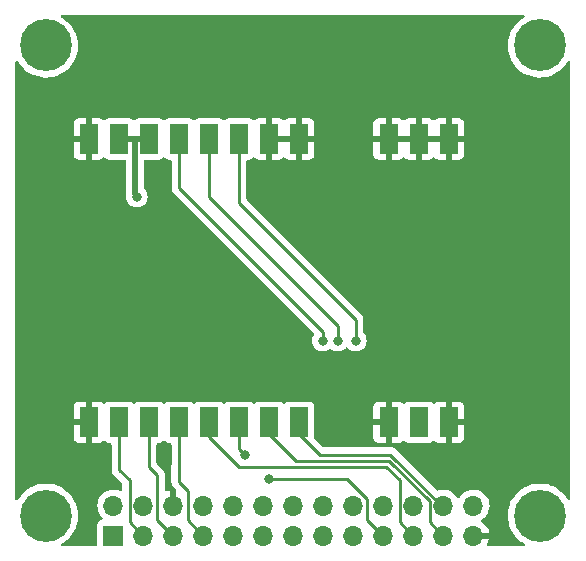
<source format=gtl>
G04 #@! TF.GenerationSoftware,KiCad,Pcbnew,6.0.11*
G04 #@! TF.CreationDate,2025-10-20T22:47:59+03:00*
G04 #@! TF.ProjectId,rns-gate,726e732d-6761-4746-952e-6b696361645f,rev?*
G04 #@! TF.SameCoordinates,Original*
G04 #@! TF.FileFunction,Copper,L1,Top*
G04 #@! TF.FilePolarity,Positive*
%FSLAX46Y46*%
G04 Gerber Fmt 4.6, Leading zero omitted, Abs format (unit mm)*
G04 Created by KiCad (PCBNEW 6.0.11) date 2025-10-20 22:47:59*
%MOMM*%
%LPD*%
G01*
G04 APERTURE LIST*
G04 #@! TA.AperFunction,ComponentPad*
%ADD10R,1.700000X1.700000*%
G04 #@! TD*
G04 #@! TA.AperFunction,ComponentPad*
%ADD11O,1.700000X1.700000*%
G04 #@! TD*
G04 #@! TA.AperFunction,ComponentPad*
%ADD12C,0.700000*%
G04 #@! TD*
G04 #@! TA.AperFunction,ComponentPad*
%ADD13C,4.400000*%
G04 #@! TD*
G04 #@! TA.AperFunction,SMDPad,CuDef*
%ADD14R,1.600000X2.500000*%
G04 #@! TD*
G04 #@! TA.AperFunction,ViaPad*
%ADD15C,0.800000*%
G04 #@! TD*
G04 #@! TA.AperFunction,Conductor*
%ADD16C,0.250000*%
G04 #@! TD*
G04 #@! TA.AperFunction,Conductor*
%ADD17C,0.500000*%
G04 #@! TD*
G04 APERTURE END LIST*
D10*
G04 #@! TO.P,J2,1,Pin_1*
G04 #@! TO.N,unconnected-(J2-Pad1)*
X170708000Y-95410000D03*
D11*
G04 #@! TO.P,J2,2,Pin_2*
G04 #@! TO.N,+5V*
X170708000Y-92870000D03*
G04 #@! TO.P,J2,3,Pin_3*
G04 #@! TO.N,/DIO1*
X173248000Y-95410000D03*
G04 #@! TO.P,J2,4,Pin_4*
G04 #@! TO.N,+5V*
X173248000Y-92870000D03*
G04 #@! TO.P,J2,5,Pin_5*
G04 #@! TO.N,/BUSY*
X175788000Y-95410000D03*
G04 #@! TO.P,J2,6,Pin_6*
G04 #@! TO.N,GND*
X175788000Y-92870000D03*
G04 #@! TO.P,J2,7,Pin_7*
G04 #@! TO.N,/NRST*
X178328000Y-95410000D03*
G04 #@! TO.P,J2,8,Pin_8*
G04 #@! TO.N,unconnected-(J2-Pad8)*
X178328000Y-92870000D03*
G04 #@! TO.P,J2,9,Pin_9*
G04 #@! TO.N,unconnected-(J2-Pad9)*
X180868000Y-95410000D03*
G04 #@! TO.P,J2,10,Pin_10*
G04 #@! TO.N,unconnected-(J2-Pad10)*
X180868000Y-92870000D03*
G04 #@! TO.P,J2,11,Pin_11*
G04 #@! TO.N,unconnected-(J2-Pad11)*
X183408000Y-95410000D03*
G04 #@! TO.P,J2,12,Pin_12*
G04 #@! TO.N,unconnected-(J2-Pad12)*
X183408000Y-92870000D03*
G04 #@! TO.P,J2,13,Pin_13*
G04 #@! TO.N,unconnected-(J2-Pad13)*
X185948000Y-95410000D03*
G04 #@! TO.P,J2,14,Pin_14*
G04 #@! TO.N,unconnected-(J2-Pad14)*
X185948000Y-92870000D03*
G04 #@! TO.P,J2,15,Pin_15*
G04 #@! TO.N,unconnected-(J2-Pad15)*
X188488000Y-95410000D03*
G04 #@! TO.P,J2,16,Pin_16*
G04 #@! TO.N,/DIO2*
X188488000Y-92870000D03*
G04 #@! TO.P,J2,17,Pin_17*
G04 #@! TO.N,unconnected-(J2-Pad17)*
X191028000Y-95410000D03*
G04 #@! TO.P,J2,18,Pin_18*
G04 #@! TO.N,/TXEN*
X191028000Y-92870000D03*
G04 #@! TO.P,J2,19,Pin_19*
G04 #@! TO.N,/MOSI*
X193568000Y-95410000D03*
G04 #@! TO.P,J2,20,Pin_20*
G04 #@! TO.N,unconnected-(J2-Pad20)*
X193568000Y-92870000D03*
G04 #@! TO.P,J2,21,Pin_21*
G04 #@! TO.N,/MISO*
X196108000Y-95410000D03*
G04 #@! TO.P,J2,22,Pin_22*
G04 #@! TO.N,/RXEN*
X196108000Y-92870000D03*
G04 #@! TO.P,J2,23,Pin_23*
G04 #@! TO.N,/SCK*
X198648000Y-95410000D03*
G04 #@! TO.P,J2,24,Pin_24*
G04 #@! TO.N,/NSS*
X198648000Y-92870000D03*
G04 #@! TO.P,J2,25,Pin_25*
G04 #@! TO.N,GND*
X201188000Y-95410000D03*
G04 #@! TO.P,J2,26,Pin_26*
G04 #@! TO.N,unconnected-(J2-Pad26)*
X201188000Y-92870000D03*
G04 #@! TD*
D12*
G04 #@! TO.P,REF1,1*
G04 #@! TO.N,N/C*
X166166726Y-52743274D03*
X165000000Y-55560000D03*
D13*
X165000000Y-53910000D03*
D12*
X163833274Y-55076726D03*
X166650000Y-53910000D03*
X163350000Y-53910000D03*
X163833274Y-52743274D03*
X165000000Y-52260000D03*
X166166726Y-55076726D03*
G04 #@! TD*
G04 #@! TO.P,REF3,1*
G04 #@! TO.N,N/C*
X166166726Y-92543274D03*
X165000000Y-95360000D03*
X163350000Y-93710000D03*
X166166726Y-94876726D03*
X165000000Y-92060000D03*
X163833274Y-92543274D03*
X166650000Y-93710000D03*
X163833274Y-94876726D03*
D13*
X165000000Y-93710000D03*
G04 #@! TD*
D12*
G04 #@! TO.P,REF2,1*
G04 #@! TO.N,N/C*
X208450000Y-53910000D03*
X206800000Y-55560000D03*
X207966726Y-52743274D03*
X206800000Y-52260000D03*
D13*
X206800000Y-53910000D03*
D12*
X205150000Y-53910000D03*
X205633274Y-52743274D03*
X207966726Y-55076726D03*
X205633274Y-55076726D03*
G04 #@! TD*
G04 #@! TO.P,REF4,1*
G04 #@! TO.N,N/C*
X205633274Y-94876726D03*
X207966726Y-92543274D03*
X206800000Y-92060000D03*
X208450000Y-93710000D03*
X205150000Y-93710000D03*
X205633274Y-92543274D03*
X206800000Y-95360000D03*
D13*
X206800000Y-93710000D03*
D12*
X207966726Y-94876726D03*
G04 #@! TD*
D14*
G04 #@! TO.P,U1,1,GND*
G04 #@! TO.N,GND*
X199098000Y-61812400D03*
G04 #@! TO.P,U1,2,GND*
X196558000Y-61812400D03*
G04 #@! TO.P,U1,3,GND*
X194018000Y-61812400D03*
G04 #@! TO.P,U1,4,GND*
X186418000Y-61812400D03*
G04 #@! TO.P,U1,5,GND*
X183878000Y-61812400D03*
G04 #@! TO.P,U1,6,RXEN*
G04 #@! TO.N,/RXEN*
X181338000Y-61812400D03*
G04 #@! TO.P,U1,7,TXEN*
G04 #@! TO.N,/TXEN*
X178798000Y-61812400D03*
G04 #@! TO.P,U1,8,DIO2*
G04 #@! TO.N,/DIO2*
X176258000Y-61812400D03*
G04 #@! TO.P,U1,9,VCC*
G04 #@! TO.N,+5V*
X173718000Y-61812400D03*
G04 #@! TO.P,U1,10,VCC*
X171178000Y-61812400D03*
G04 #@! TO.P,U1,11,GND*
G04 #@! TO.N,GND*
X168638000Y-61812400D03*
G04 #@! TO.P,U1,12,GND*
X168638000Y-85812400D03*
G04 #@! TO.P,U1,13,DIO1*
G04 #@! TO.N,/DIO1*
X171178000Y-85812400D03*
G04 #@! TO.P,U1,14,BUSY*
G04 #@! TO.N,/BUSY*
X173718000Y-85812400D03*
G04 #@! TO.P,U1,15,NRST*
G04 #@! TO.N,/NRST*
X176258000Y-85812400D03*
G04 #@! TO.P,U1,16,MISO*
G04 #@! TO.N,/MISO*
X178798000Y-85812400D03*
G04 #@! TO.P,U1,17,MOSI*
G04 #@! TO.N,/MOSI*
X181338000Y-85812400D03*
G04 #@! TO.P,U1,18,SCK*
G04 #@! TO.N,/SCK*
X183878000Y-85812400D03*
G04 #@! TO.P,U1,19,NSS*
G04 #@! TO.N,/NSS*
X186418000Y-85812400D03*
G04 #@! TO.P,U1,20,GND*
G04 #@! TO.N,GND*
X194018000Y-85812400D03*
G04 #@! TO.P,U1,21,ANT*
G04 #@! TO.N,unconnected-(U1-Pad21)*
X196558000Y-85812400D03*
G04 #@! TO.P,U1,22,GND*
G04 #@! TO.N,GND*
X199098000Y-85812400D03*
G04 #@! TD*
D15*
G04 #@! TO.N,+5V*
X172692000Y-66700400D03*
G04 #@! TO.N,/MOSI*
X181836000Y-88544400D03*
X183868000Y-90576400D03*
G04 #@! TO.N,/RXEN*
X191234000Y-78892400D03*
G04 #@! TO.N,/TXEN*
X189710000Y-78892400D03*
G04 #@! TO.N,/DIO2*
X188440000Y-78892400D03*
G04 #@! TD*
D16*
G04 #@! TO.N,/NRST*
X176248000Y-90830400D02*
X177010000Y-91592400D01*
X177010000Y-94092000D02*
X178328000Y-95410000D01*
X176248000Y-89560400D02*
X176248000Y-90830400D01*
X176258000Y-85812400D02*
X176258000Y-89550400D01*
X176258000Y-89550400D02*
X176248000Y-89560400D01*
X177010000Y-91592400D02*
X177010000Y-94092000D01*
G04 #@! TO.N,/DIO1*
X171178000Y-85812400D02*
X171178000Y-89824400D01*
X171178000Y-89824400D02*
X172073000Y-90719400D01*
X172073000Y-90719400D02*
X172073000Y-94235000D01*
X172073000Y-94235000D02*
X173248000Y-95410000D01*
G04 #@! TO.N,/BUSY*
X173718000Y-89550400D02*
X173708000Y-89560400D01*
X173718000Y-85812400D02*
X173718000Y-89550400D01*
X174423000Y-94045000D02*
X175788000Y-95410000D01*
X173708000Y-89560400D02*
X174423000Y-90275400D01*
X174423000Y-90275400D02*
X174423000Y-94045000D01*
D17*
G04 #@! TO.N,+5V*
X171178000Y-61812400D02*
X172500000Y-61812400D01*
D16*
X172692000Y-66700400D02*
X172500000Y-66508400D01*
D17*
X172500000Y-66508400D02*
X172500000Y-61812400D01*
X172500000Y-61812400D02*
X173718000Y-61812400D01*
D16*
G04 #@! TO.N,/MOSI*
X192203000Y-92307400D02*
X190472000Y-90576400D01*
X181836000Y-88544400D02*
X181338000Y-88046400D01*
X192203000Y-94045000D02*
X192203000Y-92307400D01*
X181338000Y-88046400D02*
X181338000Y-85812400D01*
X193568000Y-95410000D02*
X192203000Y-94045000D01*
X190472000Y-90576400D02*
X183868000Y-90576400D01*
G04 #@! TO.N,/MISO*
X178798000Y-87030400D02*
X178798000Y-85812400D01*
X181328000Y-89560400D02*
X178798000Y-87030400D01*
X196108000Y-95410000D02*
X194933000Y-94235000D01*
X194933000Y-94235000D02*
X194933000Y-90719400D01*
X194933000Y-90719400D02*
X193774000Y-89560400D01*
X193774000Y-89560400D02*
X181328000Y-89560400D01*
G04 #@! TO.N,/SCK*
X183878000Y-86776400D02*
X183878000Y-85812400D01*
X198648000Y-95410000D02*
X197473000Y-94235000D01*
X197473000Y-92497400D02*
X194028000Y-89052400D01*
X186154000Y-89052400D02*
X183878000Y-86776400D01*
X197473000Y-94235000D02*
X197473000Y-92497400D01*
X194028000Y-89052400D02*
X186154000Y-89052400D01*
G04 #@! TO.N,/NSS*
X188186000Y-88544400D02*
X186418000Y-86776400D01*
X186418000Y-86776400D02*
X186418000Y-85812400D01*
X194163000Y-88544400D02*
X188186000Y-88544400D01*
X198648000Y-92870000D02*
X198488600Y-92870000D01*
X198488600Y-92870000D02*
X194163000Y-88544400D01*
G04 #@! TO.N,/RXEN*
X181338000Y-67218400D02*
X181338000Y-61812400D01*
X191234000Y-78892400D02*
X191234000Y-77114400D01*
X191234000Y-77114400D02*
X181338000Y-67218400D01*
G04 #@! TO.N,/TXEN*
X189710000Y-77622400D02*
X178798000Y-66710400D01*
X189710000Y-78892400D02*
X189710000Y-77622400D01*
X178798000Y-66710400D02*
X178798000Y-61812400D01*
G04 #@! TO.N,/DIO2*
X188440000Y-78892400D02*
X188440000Y-78130400D01*
X176258000Y-65948400D02*
X176258000Y-61812400D01*
X188440000Y-78130400D02*
X176258000Y-65948400D01*
G04 #@! TD*
G04 #@! TA.AperFunction,Conductor*
G04 #@! TO.N,GND*
G36*
X205468402Y-51338502D02*
G01*
X205514895Y-51392158D01*
X205524999Y-51462432D01*
X205495505Y-51527012D01*
X205464704Y-51552785D01*
X205278074Y-51663817D01*
X205278068Y-51663821D01*
X205274814Y-51665757D01*
X205016244Y-51865243D01*
X204783513Y-52094347D01*
X204781149Y-52097314D01*
X204781146Y-52097317D01*
X204764220Y-52118558D01*
X204579991Y-52349751D01*
X204408626Y-52627757D01*
X204271902Y-52924336D01*
X204270741Y-52927940D01*
X204270741Y-52927941D01*
X204262196Y-52954477D01*
X204171797Y-53235192D01*
X204171079Y-53238903D01*
X204171078Y-53238907D01*
X204110482Y-53552105D01*
X204110481Y-53552114D01*
X204109763Y-53555824D01*
X204086698Y-53881585D01*
X204102936Y-54207759D01*
X204103577Y-54211490D01*
X204103578Y-54211498D01*
X204118109Y-54296060D01*
X204158241Y-54529619D01*
X204251814Y-54842504D01*
X204382297Y-55141881D01*
X204384220Y-55145152D01*
X204384222Y-55145156D01*
X204424680Y-55213977D01*
X204547802Y-55423414D01*
X204550103Y-55426429D01*
X204743631Y-55680012D01*
X204743636Y-55680017D01*
X204745931Y-55683025D01*
X204973814Y-55916953D01*
X205046635Y-55975607D01*
X205225196Y-56119431D01*
X205225201Y-56119435D01*
X205228149Y-56121809D01*
X205505253Y-56294627D01*
X205801112Y-56432903D01*
X206111440Y-56534634D01*
X206431742Y-56598346D01*
X206435514Y-56598633D01*
X206435522Y-56598634D01*
X206753602Y-56622829D01*
X206753607Y-56622829D01*
X206757379Y-56623116D01*
X207083633Y-56608586D01*
X207143425Y-56598634D01*
X207402037Y-56555590D01*
X207402042Y-56555589D01*
X207405778Y-56554967D01*
X207719149Y-56463034D01*
X207722616Y-56461544D01*
X207722620Y-56461543D01*
X208015721Y-56335616D01*
X208015723Y-56335615D01*
X208019205Y-56334119D01*
X208301601Y-56170091D01*
X208562245Y-55973324D01*
X208797363Y-55746670D01*
X209003549Y-55493410D01*
X209158938Y-55247133D01*
X209212205Y-55200194D01*
X209282392Y-55189505D01*
X209347216Y-55218459D01*
X209386096Y-55277864D01*
X209391500Y-55314368D01*
X209391500Y-92309620D01*
X209371498Y-92377741D01*
X209317842Y-92424234D01*
X209247568Y-92434338D01*
X209182988Y-92404844D01*
X209157554Y-92374609D01*
X209070847Y-92230590D01*
X209036226Y-92173084D01*
X209033899Y-92170100D01*
X209033894Y-92170093D01*
X208837726Y-91918558D01*
X208837724Y-91918556D01*
X208835390Y-91915563D01*
X208605070Y-91684034D01*
X208348603Y-91481852D01*
X208069705Y-91311945D01*
X208066261Y-91310379D01*
X208066257Y-91310377D01*
X207931293Y-91249013D01*
X207772414Y-91176775D01*
X207461037Y-91078300D01*
X207205850Y-91030312D01*
X207143809Y-91018645D01*
X207143807Y-91018645D01*
X207140086Y-91017945D01*
X206814208Y-90996586D01*
X206810428Y-90996794D01*
X206810427Y-90996794D01*
X206712897Y-91002162D01*
X206488124Y-91014532D01*
X206484397Y-91015193D01*
X206484393Y-91015193D01*
X206399085Y-91030312D01*
X206166557Y-91071522D01*
X206162941Y-91072624D01*
X206162933Y-91072626D01*
X205891696Y-91155293D01*
X205854167Y-91166731D01*
X205555477Y-91298781D01*
X205531851Y-91312837D01*
X205278074Y-91463817D01*
X205278068Y-91463821D01*
X205274814Y-91465757D01*
X205271812Y-91468073D01*
X205020003Y-91662343D01*
X205016244Y-91665243D01*
X204783513Y-91894347D01*
X204781149Y-91897314D01*
X204781146Y-91897317D01*
X204665362Y-92042617D01*
X204579991Y-92149751D01*
X204408626Y-92427757D01*
X204407037Y-92431204D01*
X204305009Y-92652522D01*
X204271902Y-92724336D01*
X204270741Y-92727940D01*
X204270741Y-92727941D01*
X204262196Y-92754477D01*
X204171797Y-93035192D01*
X204171079Y-93038903D01*
X204171078Y-93038907D01*
X204110482Y-93352105D01*
X204110481Y-93352114D01*
X204109763Y-93355824D01*
X204109496Y-93359600D01*
X204109495Y-93359605D01*
X204087469Y-93670689D01*
X204086698Y-93681585D01*
X204089298Y-93733807D01*
X204101720Y-93983327D01*
X204102936Y-94007759D01*
X204103577Y-94011490D01*
X204103578Y-94011498D01*
X204156881Y-94321703D01*
X204158241Y-94329619D01*
X204159329Y-94333258D01*
X204159330Y-94333261D01*
X204231464Y-94574457D01*
X204251814Y-94642504D01*
X204253327Y-94645975D01*
X204253329Y-94645981D01*
X204305570Y-94765840D01*
X204382297Y-94941881D01*
X204384220Y-94945152D01*
X204384222Y-94945156D01*
X204426584Y-95017215D01*
X204547802Y-95223414D01*
X204550103Y-95226429D01*
X204743631Y-95480012D01*
X204743636Y-95480017D01*
X204745931Y-95483025D01*
X204973814Y-95716953D01*
X205046635Y-95775607D01*
X205225196Y-95919431D01*
X205225201Y-95919435D01*
X205228149Y-95921809D01*
X205308623Y-95971997D01*
X205463501Y-96068588D01*
X205510717Y-96121608D01*
X205521773Y-96191738D01*
X205493159Y-96256713D01*
X205433959Y-96295903D01*
X205396824Y-96301500D01*
X202464260Y-96301500D01*
X202396139Y-96281498D01*
X202349646Y-96227842D01*
X202339542Y-96157568D01*
X202356256Y-96110607D01*
X202358313Y-96107183D01*
X202452670Y-95916267D01*
X202456469Y-95906672D01*
X202518377Y-95702910D01*
X202520555Y-95692837D01*
X202521986Y-95681962D01*
X202519775Y-95667778D01*
X202506617Y-95664000D01*
X201060000Y-95664000D01*
X200991879Y-95643998D01*
X200945386Y-95590342D01*
X200934000Y-95538000D01*
X200934000Y-95282000D01*
X200954002Y-95213879D01*
X201007658Y-95167386D01*
X201060000Y-95156000D01*
X202506344Y-95156000D01*
X202519875Y-95152027D01*
X202521180Y-95142947D01*
X202479214Y-94975875D01*
X202475894Y-94966124D01*
X202390972Y-94770814D01*
X202386105Y-94761739D01*
X202270426Y-94582926D01*
X202264136Y-94574757D01*
X202120806Y-94417240D01*
X202113273Y-94410215D01*
X201946139Y-94278222D01*
X201937556Y-94272520D01*
X201900602Y-94252120D01*
X201850631Y-94201687D01*
X201835859Y-94132245D01*
X201860975Y-94065839D01*
X201888327Y-94039232D01*
X201937764Y-94003969D01*
X202067860Y-93911173D01*
X202226096Y-93753489D01*
X202248327Y-93722552D01*
X202353435Y-93576277D01*
X202356453Y-93572077D01*
X202377320Y-93529857D01*
X202453136Y-93376453D01*
X202453137Y-93376451D01*
X202455430Y-93371811D01*
X202520370Y-93158069D01*
X202549529Y-92936590D01*
X202551156Y-92870000D01*
X202532852Y-92647361D01*
X202478431Y-92430702D01*
X202389354Y-92225840D01*
X202268014Y-92038277D01*
X202117670Y-91873051D01*
X202113619Y-91869852D01*
X202113615Y-91869848D01*
X201946414Y-91737800D01*
X201946410Y-91737798D01*
X201942359Y-91734598D01*
X201746789Y-91626638D01*
X201741920Y-91624914D01*
X201741916Y-91624912D01*
X201541087Y-91553795D01*
X201541083Y-91553794D01*
X201536212Y-91552069D01*
X201531119Y-91551162D01*
X201531116Y-91551161D01*
X201321373Y-91513800D01*
X201321367Y-91513799D01*
X201316284Y-91512894D01*
X201242452Y-91511992D01*
X201098081Y-91510228D01*
X201098079Y-91510228D01*
X201092911Y-91510165D01*
X200872091Y-91543955D01*
X200659756Y-91613357D01*
X200461607Y-91716507D01*
X200457474Y-91719610D01*
X200457471Y-91719612D01*
X200325333Y-91818824D01*
X200282965Y-91850635D01*
X200128629Y-92012138D01*
X200021201Y-92169621D01*
X199966293Y-92214621D01*
X199895768Y-92222792D01*
X199832021Y-92191538D01*
X199811324Y-92167054D01*
X199730822Y-92042617D01*
X199730820Y-92042614D01*
X199728014Y-92038277D01*
X199577670Y-91873051D01*
X199573619Y-91869852D01*
X199573615Y-91869848D01*
X199406414Y-91737800D01*
X199406410Y-91737798D01*
X199402359Y-91734598D01*
X199206789Y-91626638D01*
X199201920Y-91624914D01*
X199201916Y-91624912D01*
X199001087Y-91553795D01*
X199001083Y-91553794D01*
X198996212Y-91552069D01*
X198991119Y-91551162D01*
X198991116Y-91551161D01*
X198781373Y-91513800D01*
X198781367Y-91513799D01*
X198776284Y-91512894D01*
X198702452Y-91511992D01*
X198558081Y-91510228D01*
X198558079Y-91510228D01*
X198552911Y-91510165D01*
X198332091Y-91543955D01*
X198244770Y-91572496D01*
X198199400Y-91587325D01*
X198128436Y-91589476D01*
X198071160Y-91556655D01*
X194666652Y-88152147D01*
X194659112Y-88143861D01*
X194655000Y-88137382D01*
X194605348Y-88090756D01*
X194602507Y-88088002D01*
X194582770Y-88068265D01*
X194579573Y-88065785D01*
X194570551Y-88058080D01*
X194544100Y-88033241D01*
X194538321Y-88027814D01*
X194531375Y-88023995D01*
X194531372Y-88023993D01*
X194520566Y-88018052D01*
X194504047Y-88007201D01*
X194498048Y-88002548D01*
X194488041Y-87994786D01*
X194480772Y-87991641D01*
X194480768Y-87991638D01*
X194447463Y-87977226D01*
X194436813Y-87972009D01*
X194398060Y-87950705D01*
X194378437Y-87945667D01*
X194359734Y-87939263D01*
X194348420Y-87934367D01*
X194348419Y-87934367D01*
X194341145Y-87931219D01*
X194333322Y-87929980D01*
X194333312Y-87929977D01*
X194297476Y-87924301D01*
X194285856Y-87921895D01*
X194250711Y-87912872D01*
X194250710Y-87912872D01*
X194243030Y-87910900D01*
X194222776Y-87910900D01*
X194203065Y-87909349D01*
X194190886Y-87907420D01*
X194183057Y-87906180D01*
X194175165Y-87906926D01*
X194139039Y-87910341D01*
X194127181Y-87910900D01*
X188500595Y-87910900D01*
X188432474Y-87890898D01*
X188411500Y-87873995D01*
X187761499Y-87223994D01*
X187727473Y-87161682D01*
X187725331Y-87121292D01*
X187726500Y-87110534D01*
X187726500Y-87107069D01*
X192710001Y-87107069D01*
X192710371Y-87113890D01*
X192715895Y-87164752D01*
X192719521Y-87180004D01*
X192764676Y-87300454D01*
X192773214Y-87316049D01*
X192849715Y-87418124D01*
X192862276Y-87430685D01*
X192964351Y-87507186D01*
X192979946Y-87515724D01*
X193100394Y-87560878D01*
X193115649Y-87564505D01*
X193166514Y-87570031D01*
X193173328Y-87570400D01*
X193745885Y-87570400D01*
X193761124Y-87565925D01*
X193762329Y-87564535D01*
X193764000Y-87556852D01*
X193764000Y-87552284D01*
X194272000Y-87552284D01*
X194276475Y-87567523D01*
X194277865Y-87568728D01*
X194285548Y-87570399D01*
X194862669Y-87570399D01*
X194869490Y-87570029D01*
X194920352Y-87564505D01*
X194935604Y-87560879D01*
X195056054Y-87515724D01*
X195071649Y-87507186D01*
X195173724Y-87430685D01*
X195186284Y-87418125D01*
X195186865Y-87417350D01*
X195187634Y-87416775D01*
X195192635Y-87411774D01*
X195193357Y-87412496D01*
X195243726Y-87374838D01*
X195314545Y-87369816D01*
X195376837Y-87403878D01*
X195388510Y-87417350D01*
X195394739Y-87425661D01*
X195511295Y-87513015D01*
X195647684Y-87564145D01*
X195709866Y-87570900D01*
X197406134Y-87570900D01*
X197468316Y-87564145D01*
X197604705Y-87513015D01*
X197721261Y-87425661D01*
X197727486Y-87417355D01*
X197728604Y-87416519D01*
X197732992Y-87412131D01*
X197733625Y-87412764D01*
X197784345Y-87374840D01*
X197855164Y-87369814D01*
X197917457Y-87403874D01*
X197929135Y-87417350D01*
X197929716Y-87418125D01*
X197942276Y-87430685D01*
X198044351Y-87507186D01*
X198059946Y-87515724D01*
X198180394Y-87560878D01*
X198195649Y-87564505D01*
X198246514Y-87570031D01*
X198253328Y-87570400D01*
X198825885Y-87570400D01*
X198841124Y-87565925D01*
X198842329Y-87564535D01*
X198844000Y-87556852D01*
X198844000Y-87552284D01*
X199352000Y-87552284D01*
X199356475Y-87567523D01*
X199357865Y-87568728D01*
X199365548Y-87570399D01*
X199942669Y-87570399D01*
X199949490Y-87570029D01*
X200000352Y-87564505D01*
X200015604Y-87560879D01*
X200136054Y-87515724D01*
X200151649Y-87507186D01*
X200253724Y-87430685D01*
X200266285Y-87418124D01*
X200342786Y-87316049D01*
X200351324Y-87300454D01*
X200396478Y-87180006D01*
X200400105Y-87164751D01*
X200405631Y-87113886D01*
X200406000Y-87107072D01*
X200406000Y-86084515D01*
X200401525Y-86069276D01*
X200400135Y-86068071D01*
X200392452Y-86066400D01*
X199370115Y-86066400D01*
X199354876Y-86070875D01*
X199353671Y-86072265D01*
X199352000Y-86079948D01*
X199352000Y-87552284D01*
X198844000Y-87552284D01*
X198844000Y-85540285D01*
X199352000Y-85540285D01*
X199356475Y-85555524D01*
X199357865Y-85556729D01*
X199365548Y-85558400D01*
X200387884Y-85558400D01*
X200403123Y-85553925D01*
X200404328Y-85552535D01*
X200405999Y-85544852D01*
X200405999Y-84517731D01*
X200405629Y-84510910D01*
X200400105Y-84460048D01*
X200396479Y-84444796D01*
X200351324Y-84324346D01*
X200342786Y-84308751D01*
X200266285Y-84206676D01*
X200253724Y-84194115D01*
X200151649Y-84117614D01*
X200136054Y-84109076D01*
X200015606Y-84063922D01*
X200000351Y-84060295D01*
X199949486Y-84054769D01*
X199942672Y-84054400D01*
X199370115Y-84054400D01*
X199354876Y-84058875D01*
X199353671Y-84060265D01*
X199352000Y-84067948D01*
X199352000Y-85540285D01*
X198844000Y-85540285D01*
X198844000Y-84072516D01*
X198839525Y-84057277D01*
X198838135Y-84056072D01*
X198830452Y-84054401D01*
X198253331Y-84054401D01*
X198246510Y-84054771D01*
X198195648Y-84060295D01*
X198180396Y-84063921D01*
X198059946Y-84109076D01*
X198044351Y-84117614D01*
X197942276Y-84194115D01*
X197929716Y-84206675D01*
X197929135Y-84207450D01*
X197928366Y-84208025D01*
X197923365Y-84213026D01*
X197922643Y-84212304D01*
X197872274Y-84249962D01*
X197801455Y-84254984D01*
X197739163Y-84220922D01*
X197727486Y-84207445D01*
X197726642Y-84206319D01*
X197721261Y-84199139D01*
X197604705Y-84111785D01*
X197468316Y-84060655D01*
X197406134Y-84053900D01*
X195709866Y-84053900D01*
X195647684Y-84060655D01*
X195511295Y-84111785D01*
X195394739Y-84199139D01*
X195389358Y-84206319D01*
X195388514Y-84207445D01*
X195387396Y-84208281D01*
X195383008Y-84212669D01*
X195382375Y-84212036D01*
X195331655Y-84249960D01*
X195260836Y-84254986D01*
X195198543Y-84220926D01*
X195186865Y-84207450D01*
X195186284Y-84206675D01*
X195173724Y-84194115D01*
X195071649Y-84117614D01*
X195056054Y-84109076D01*
X194935606Y-84063922D01*
X194920351Y-84060295D01*
X194869486Y-84054769D01*
X194862672Y-84054400D01*
X194290115Y-84054400D01*
X194274876Y-84058875D01*
X194273671Y-84060265D01*
X194272000Y-84067948D01*
X194272000Y-87552284D01*
X193764000Y-87552284D01*
X193764000Y-86084515D01*
X193759525Y-86069276D01*
X193758135Y-86068071D01*
X193750452Y-86066400D01*
X192728116Y-86066400D01*
X192712877Y-86070875D01*
X192711672Y-86072265D01*
X192710001Y-86079948D01*
X192710001Y-87107069D01*
X187726500Y-87107069D01*
X187726500Y-85540285D01*
X192710000Y-85540285D01*
X192714475Y-85555524D01*
X192715865Y-85556729D01*
X192723548Y-85558400D01*
X193745885Y-85558400D01*
X193761124Y-85553925D01*
X193762329Y-85552535D01*
X193764000Y-85544852D01*
X193764000Y-84072516D01*
X193759525Y-84057277D01*
X193758135Y-84056072D01*
X193750452Y-84054401D01*
X193173331Y-84054401D01*
X193166510Y-84054771D01*
X193115648Y-84060295D01*
X193100396Y-84063921D01*
X192979946Y-84109076D01*
X192964351Y-84117614D01*
X192862276Y-84194115D01*
X192849715Y-84206676D01*
X192773214Y-84308751D01*
X192764676Y-84324346D01*
X192719522Y-84444794D01*
X192715895Y-84460049D01*
X192710369Y-84510914D01*
X192710000Y-84517728D01*
X192710000Y-85540285D01*
X187726500Y-85540285D01*
X187726500Y-84514266D01*
X187719745Y-84452084D01*
X187668615Y-84315695D01*
X187581261Y-84199139D01*
X187464705Y-84111785D01*
X187328316Y-84060655D01*
X187266134Y-84053900D01*
X185569866Y-84053900D01*
X185507684Y-84060655D01*
X185371295Y-84111785D01*
X185254739Y-84199139D01*
X185248826Y-84207028D01*
X185248122Y-84207555D01*
X185243008Y-84212669D01*
X185242270Y-84211931D01*
X185191969Y-84249543D01*
X185121151Y-84254570D01*
X185058857Y-84220512D01*
X185047177Y-84207033D01*
X185041261Y-84199139D01*
X184924705Y-84111785D01*
X184788316Y-84060655D01*
X184726134Y-84053900D01*
X183029866Y-84053900D01*
X182967684Y-84060655D01*
X182831295Y-84111785D01*
X182714739Y-84199139D01*
X182708826Y-84207028D01*
X182708122Y-84207555D01*
X182703008Y-84212669D01*
X182702270Y-84211931D01*
X182651969Y-84249543D01*
X182581151Y-84254570D01*
X182518857Y-84220512D01*
X182507177Y-84207033D01*
X182501261Y-84199139D01*
X182384705Y-84111785D01*
X182248316Y-84060655D01*
X182186134Y-84053900D01*
X180489866Y-84053900D01*
X180427684Y-84060655D01*
X180291295Y-84111785D01*
X180174739Y-84199139D01*
X180168826Y-84207028D01*
X180168122Y-84207555D01*
X180163008Y-84212669D01*
X180162270Y-84211931D01*
X180111969Y-84249543D01*
X180041151Y-84254570D01*
X179978857Y-84220512D01*
X179967177Y-84207033D01*
X179961261Y-84199139D01*
X179844705Y-84111785D01*
X179708316Y-84060655D01*
X179646134Y-84053900D01*
X177949866Y-84053900D01*
X177887684Y-84060655D01*
X177751295Y-84111785D01*
X177634739Y-84199139D01*
X177628826Y-84207028D01*
X177628122Y-84207555D01*
X177623008Y-84212669D01*
X177622270Y-84211931D01*
X177571969Y-84249543D01*
X177501151Y-84254570D01*
X177438857Y-84220512D01*
X177427177Y-84207033D01*
X177421261Y-84199139D01*
X177304705Y-84111785D01*
X177168316Y-84060655D01*
X177106134Y-84053900D01*
X175409866Y-84053900D01*
X175347684Y-84060655D01*
X175211295Y-84111785D01*
X175094739Y-84199139D01*
X175088826Y-84207028D01*
X175088122Y-84207555D01*
X175083008Y-84212669D01*
X175082270Y-84211931D01*
X175031969Y-84249543D01*
X174961151Y-84254570D01*
X174898857Y-84220512D01*
X174887177Y-84207033D01*
X174881261Y-84199139D01*
X174764705Y-84111785D01*
X174628316Y-84060655D01*
X174566134Y-84053900D01*
X172869866Y-84053900D01*
X172807684Y-84060655D01*
X172671295Y-84111785D01*
X172554739Y-84199139D01*
X172548826Y-84207028D01*
X172548122Y-84207555D01*
X172543008Y-84212669D01*
X172542270Y-84211931D01*
X172491969Y-84249543D01*
X172421151Y-84254570D01*
X172358857Y-84220512D01*
X172347177Y-84207033D01*
X172341261Y-84199139D01*
X172224705Y-84111785D01*
X172088316Y-84060655D01*
X172026134Y-84053900D01*
X170329866Y-84053900D01*
X170267684Y-84060655D01*
X170131295Y-84111785D01*
X170014739Y-84199139D01*
X170009358Y-84206319D01*
X170008514Y-84207445D01*
X170007396Y-84208281D01*
X170003008Y-84212669D01*
X170002375Y-84212036D01*
X169951655Y-84249960D01*
X169880836Y-84254986D01*
X169818543Y-84220926D01*
X169806865Y-84207450D01*
X169806284Y-84206675D01*
X169793724Y-84194115D01*
X169691649Y-84117614D01*
X169676054Y-84109076D01*
X169555606Y-84063922D01*
X169540351Y-84060295D01*
X169489486Y-84054769D01*
X169482672Y-84054400D01*
X168910115Y-84054400D01*
X168894876Y-84058875D01*
X168893671Y-84060265D01*
X168892000Y-84067948D01*
X168892000Y-87552284D01*
X168896475Y-87567523D01*
X168897865Y-87568728D01*
X168905548Y-87570399D01*
X169482669Y-87570399D01*
X169489490Y-87570029D01*
X169540352Y-87564505D01*
X169555604Y-87560879D01*
X169676054Y-87515724D01*
X169691649Y-87507186D01*
X169793724Y-87430685D01*
X169806284Y-87418125D01*
X169806865Y-87417350D01*
X169807634Y-87416775D01*
X169812635Y-87411774D01*
X169813357Y-87412496D01*
X169863726Y-87374838D01*
X169934545Y-87369816D01*
X169996837Y-87403878D01*
X170008510Y-87417350D01*
X170014739Y-87425661D01*
X170131295Y-87513015D01*
X170267684Y-87564145D01*
X170329866Y-87570900D01*
X170418500Y-87570900D01*
X170486621Y-87590902D01*
X170533114Y-87644558D01*
X170544500Y-87696900D01*
X170544500Y-89745633D01*
X170543973Y-89756816D01*
X170542298Y-89764309D01*
X170542547Y-89772235D01*
X170542547Y-89772236D01*
X170544438Y-89832386D01*
X170544500Y-89836345D01*
X170544500Y-89864256D01*
X170544997Y-89868190D01*
X170544997Y-89868191D01*
X170545005Y-89868256D01*
X170545938Y-89880093D01*
X170547327Y-89924289D01*
X170552978Y-89943739D01*
X170556987Y-89963100D01*
X170557533Y-89967418D01*
X170559526Y-89983197D01*
X170562445Y-89990568D01*
X170562445Y-89990570D01*
X170575804Y-90024312D01*
X170579649Y-90035542D01*
X170591982Y-90077993D01*
X170596015Y-90084812D01*
X170596017Y-90084817D01*
X170602293Y-90095428D01*
X170610988Y-90113176D01*
X170618448Y-90132017D01*
X170623110Y-90138433D01*
X170623110Y-90138434D01*
X170644436Y-90167787D01*
X170650952Y-90177707D01*
X170662587Y-90197380D01*
X170673458Y-90215762D01*
X170687779Y-90230083D01*
X170700619Y-90245116D01*
X170712528Y-90261507D01*
X170729886Y-90275867D01*
X170746605Y-90289698D01*
X170755384Y-90297688D01*
X171402595Y-90944899D01*
X171436621Y-91007211D01*
X171439500Y-91033994D01*
X171439500Y-91509955D01*
X171419498Y-91578076D01*
X171365842Y-91624569D01*
X171295568Y-91634673D01*
X171266892Y-91626347D01*
X171266789Y-91626638D01*
X171061087Y-91553795D01*
X171061083Y-91553794D01*
X171056212Y-91552069D01*
X171051119Y-91551162D01*
X171051116Y-91551161D01*
X170841373Y-91513800D01*
X170841367Y-91513799D01*
X170836284Y-91512894D01*
X170762452Y-91511992D01*
X170618081Y-91510228D01*
X170618079Y-91510228D01*
X170612911Y-91510165D01*
X170392091Y-91543955D01*
X170179756Y-91613357D01*
X169981607Y-91716507D01*
X169977474Y-91719610D01*
X169977471Y-91719612D01*
X169845333Y-91818824D01*
X169802965Y-91850635D01*
X169648629Y-92012138D01*
X169522743Y-92196680D01*
X169507003Y-92230590D01*
X169438698Y-92377741D01*
X169428688Y-92399305D01*
X169368989Y-92614570D01*
X169345251Y-92836695D01*
X169345548Y-92841848D01*
X169345548Y-92841851D01*
X169351011Y-92936590D01*
X169358110Y-93059715D01*
X169359247Y-93064761D01*
X169359248Y-93064767D01*
X169370031Y-93112614D01*
X169407222Y-93277639D01*
X169491266Y-93484616D01*
X169542019Y-93567438D01*
X169605291Y-93670688D01*
X169607987Y-93675088D01*
X169754250Y-93843938D01*
X169758230Y-93847242D01*
X169762981Y-93851187D01*
X169802616Y-93910090D01*
X169804113Y-93981071D01*
X169766997Y-94041593D01*
X169726725Y-94066112D01*
X169657485Y-94092069D01*
X169611295Y-94109385D01*
X169494739Y-94196739D01*
X169407385Y-94313295D01*
X169356255Y-94449684D01*
X169349500Y-94511866D01*
X169349500Y-96175500D01*
X169329498Y-96243621D01*
X169275842Y-96290114D01*
X169223500Y-96301500D01*
X166398826Y-96301500D01*
X166330705Y-96281498D01*
X166284212Y-96227842D01*
X166274108Y-96157568D01*
X166303602Y-96092988D01*
X166335541Y-96066546D01*
X166407729Y-96024616D01*
X166501601Y-95970091D01*
X166762245Y-95773324D01*
X166879804Y-95659997D01*
X166994632Y-95549303D01*
X166994635Y-95549300D01*
X166997363Y-95546670D01*
X167203549Y-95293410D01*
X167377815Y-95017215D01*
X167397401Y-94975875D01*
X167500264Y-94758756D01*
X167517638Y-94722084D01*
X167522501Y-94707509D01*
X167619790Y-94415897D01*
X167619792Y-94415891D01*
X167620992Y-94412293D01*
X167686381Y-94092329D01*
X167687063Y-94083955D01*
X167712674Y-93769061D01*
X167712856Y-93766826D01*
X167713451Y-93710000D01*
X167711582Y-93678990D01*
X167694026Y-93387793D01*
X167694026Y-93387789D01*
X167693798Y-93384015D01*
X167691570Y-93371811D01*
X167635805Y-93066473D01*
X167635804Y-93066469D01*
X167635125Y-93062751D01*
X167627722Y-93038907D01*
X167539404Y-92754477D01*
X167538282Y-92750863D01*
X167404670Y-92452869D01*
X167236226Y-92173084D01*
X167233899Y-92170100D01*
X167233894Y-92170093D01*
X167037726Y-91918558D01*
X167037724Y-91918556D01*
X167035390Y-91915563D01*
X166805070Y-91684034D01*
X166548603Y-91481852D01*
X166269705Y-91311945D01*
X166266261Y-91310379D01*
X166266257Y-91310377D01*
X166131293Y-91249013D01*
X165972414Y-91176775D01*
X165661037Y-91078300D01*
X165405850Y-91030312D01*
X165343809Y-91018645D01*
X165343807Y-91018645D01*
X165340086Y-91017945D01*
X165014208Y-90996586D01*
X165010428Y-90996794D01*
X165010427Y-90996794D01*
X164912897Y-91002162D01*
X164688124Y-91014532D01*
X164684397Y-91015193D01*
X164684393Y-91015193D01*
X164599085Y-91030312D01*
X164366557Y-91071522D01*
X164362941Y-91072624D01*
X164362933Y-91072626D01*
X164091696Y-91155293D01*
X164054167Y-91166731D01*
X163755477Y-91298781D01*
X163731851Y-91312837D01*
X163478074Y-91463817D01*
X163478068Y-91463821D01*
X163474814Y-91465757D01*
X163471812Y-91468073D01*
X163220003Y-91662343D01*
X163216244Y-91665243D01*
X162983513Y-91894347D01*
X162981149Y-91897314D01*
X162981146Y-91897317D01*
X162865362Y-92042617D01*
X162779991Y-92149751D01*
X162778000Y-92152981D01*
X162641760Y-92374004D01*
X162588988Y-92421497D01*
X162518916Y-92432921D01*
X162453793Y-92404647D01*
X162414293Y-92345653D01*
X162408500Y-92307888D01*
X162408500Y-87107069D01*
X167330001Y-87107069D01*
X167330371Y-87113890D01*
X167335895Y-87164752D01*
X167339521Y-87180004D01*
X167384676Y-87300454D01*
X167393214Y-87316049D01*
X167469715Y-87418124D01*
X167482276Y-87430685D01*
X167584351Y-87507186D01*
X167599946Y-87515724D01*
X167720394Y-87560878D01*
X167735649Y-87564505D01*
X167786514Y-87570031D01*
X167793328Y-87570400D01*
X168365885Y-87570400D01*
X168381124Y-87565925D01*
X168382329Y-87564535D01*
X168384000Y-87556852D01*
X168384000Y-86084515D01*
X168379525Y-86069276D01*
X168378135Y-86068071D01*
X168370452Y-86066400D01*
X167348116Y-86066400D01*
X167332877Y-86070875D01*
X167331672Y-86072265D01*
X167330001Y-86079948D01*
X167330001Y-87107069D01*
X162408500Y-87107069D01*
X162408500Y-85540285D01*
X167330000Y-85540285D01*
X167334475Y-85555524D01*
X167335865Y-85556729D01*
X167343548Y-85558400D01*
X168365885Y-85558400D01*
X168381124Y-85553925D01*
X168382329Y-85552535D01*
X168384000Y-85544852D01*
X168384000Y-84072516D01*
X168379525Y-84057277D01*
X168378135Y-84056072D01*
X168370452Y-84054401D01*
X167793331Y-84054401D01*
X167786510Y-84054771D01*
X167735648Y-84060295D01*
X167720396Y-84063921D01*
X167599946Y-84109076D01*
X167584351Y-84117614D01*
X167482276Y-84194115D01*
X167469715Y-84206676D01*
X167393214Y-84308751D01*
X167384676Y-84324346D01*
X167339522Y-84444794D01*
X167335895Y-84460049D01*
X167330369Y-84510914D01*
X167330000Y-84517728D01*
X167330000Y-85540285D01*
X162408500Y-85540285D01*
X162408500Y-63107069D01*
X167330001Y-63107069D01*
X167330371Y-63113890D01*
X167335895Y-63164752D01*
X167339521Y-63180004D01*
X167384676Y-63300454D01*
X167393214Y-63316049D01*
X167469715Y-63418124D01*
X167482276Y-63430685D01*
X167584351Y-63507186D01*
X167599946Y-63515724D01*
X167720394Y-63560878D01*
X167735649Y-63564505D01*
X167786514Y-63570031D01*
X167793328Y-63570400D01*
X168365885Y-63570400D01*
X168381124Y-63565925D01*
X168382329Y-63564535D01*
X168384000Y-63556852D01*
X168384000Y-63552284D01*
X168892000Y-63552284D01*
X168896475Y-63567523D01*
X168897865Y-63568728D01*
X168905548Y-63570399D01*
X169482669Y-63570399D01*
X169489490Y-63570029D01*
X169540352Y-63564505D01*
X169555604Y-63560879D01*
X169676054Y-63515724D01*
X169691649Y-63507186D01*
X169793724Y-63430685D01*
X169806284Y-63418125D01*
X169806865Y-63417350D01*
X169807634Y-63416775D01*
X169812635Y-63411774D01*
X169813357Y-63412496D01*
X169863726Y-63374838D01*
X169934545Y-63369816D01*
X169996837Y-63403878D01*
X170008510Y-63417350D01*
X170014739Y-63425661D01*
X170131295Y-63513015D01*
X170267684Y-63564145D01*
X170329866Y-63570900D01*
X171615500Y-63570900D01*
X171683621Y-63590902D01*
X171730114Y-63644558D01*
X171741500Y-63696900D01*
X171741500Y-66552693D01*
X171749631Y-66622436D01*
X171752881Y-66650309D01*
X171756818Y-66684081D01*
X171759314Y-66690958D01*
X171759315Y-66690961D01*
X171779657Y-66747003D01*
X171786528Y-66776823D01*
X171796237Y-66869197D01*
X171798458Y-66890328D01*
X171857473Y-67071956D01*
X171952960Y-67237344D01*
X171957378Y-67242251D01*
X171957379Y-67242252D01*
X172076325Y-67374355D01*
X172080747Y-67379266D01*
X172235248Y-67491518D01*
X172241276Y-67494202D01*
X172241278Y-67494203D01*
X172346344Y-67540981D01*
X172409712Y-67569194D01*
X172503113Y-67589047D01*
X172590056Y-67607528D01*
X172590061Y-67607528D01*
X172596513Y-67608900D01*
X172787487Y-67608900D01*
X172793939Y-67607528D01*
X172793944Y-67607528D01*
X172880887Y-67589047D01*
X172974288Y-67569194D01*
X173037656Y-67540981D01*
X173142722Y-67494203D01*
X173142724Y-67494202D01*
X173148752Y-67491518D01*
X173303253Y-67379266D01*
X173307675Y-67374355D01*
X173426621Y-67242252D01*
X173426622Y-67242251D01*
X173431040Y-67237344D01*
X173526527Y-67071956D01*
X173585542Y-66890328D01*
X173605504Y-66700400D01*
X173585542Y-66510472D01*
X173526527Y-66328844D01*
X173510860Y-66301707D01*
X173468283Y-66227963D01*
X173431040Y-66163456D01*
X173334194Y-66055897D01*
X173307677Y-66026447D01*
X173307675Y-66026445D01*
X173303253Y-66021534D01*
X173299747Y-66018987D01*
X173262950Y-65959260D01*
X173258500Y-65926069D01*
X173258500Y-63696900D01*
X173278502Y-63628779D01*
X173332158Y-63582286D01*
X173384500Y-63570900D01*
X174566134Y-63570900D01*
X174628316Y-63564145D01*
X174764705Y-63513015D01*
X174881261Y-63425661D01*
X174887174Y-63417772D01*
X174887878Y-63417245D01*
X174892992Y-63412131D01*
X174893730Y-63412869D01*
X174944031Y-63375257D01*
X175014849Y-63370230D01*
X175077143Y-63404288D01*
X175088823Y-63417767D01*
X175094739Y-63425661D01*
X175211295Y-63513015D01*
X175347684Y-63564145D01*
X175409866Y-63570900D01*
X175498500Y-63570900D01*
X175566621Y-63590902D01*
X175613114Y-63644558D01*
X175624500Y-63696900D01*
X175624500Y-65869633D01*
X175623973Y-65880816D01*
X175622298Y-65888309D01*
X175622547Y-65896235D01*
X175622547Y-65896236D01*
X175624438Y-65956386D01*
X175624500Y-65960345D01*
X175624500Y-65988256D01*
X175624997Y-65992190D01*
X175624997Y-65992191D01*
X175625005Y-65992256D01*
X175625938Y-66004093D01*
X175627327Y-66048289D01*
X175632978Y-66067739D01*
X175636987Y-66087100D01*
X175639526Y-66107197D01*
X175642445Y-66114568D01*
X175642445Y-66114570D01*
X175655804Y-66148312D01*
X175659649Y-66159542D01*
X175671982Y-66201993D01*
X175676015Y-66208812D01*
X175676017Y-66208817D01*
X175682293Y-66219428D01*
X175690988Y-66237176D01*
X175698448Y-66256017D01*
X175703110Y-66262433D01*
X175703110Y-66262434D01*
X175724436Y-66291787D01*
X175730952Y-66301707D01*
X175753458Y-66339762D01*
X175767779Y-66354083D01*
X175780619Y-66369116D01*
X175792528Y-66385507D01*
X175798634Y-66390558D01*
X175826605Y-66413698D01*
X175835384Y-66421688D01*
X187657555Y-78243859D01*
X187691581Y-78306171D01*
X187686516Y-78376986D01*
X187677582Y-78395949D01*
X187605473Y-78520844D01*
X187546458Y-78702472D01*
X187526496Y-78892400D01*
X187546458Y-79082328D01*
X187605473Y-79263956D01*
X187700960Y-79429344D01*
X187705378Y-79434251D01*
X187705379Y-79434252D01*
X187771635Y-79507837D01*
X187828747Y-79571266D01*
X187983248Y-79683518D01*
X187989276Y-79686202D01*
X187989278Y-79686203D01*
X188151681Y-79758509D01*
X188157712Y-79761194D01*
X188251113Y-79781047D01*
X188338056Y-79799528D01*
X188338061Y-79799528D01*
X188344513Y-79800900D01*
X188535487Y-79800900D01*
X188541939Y-79799528D01*
X188541944Y-79799528D01*
X188628888Y-79781047D01*
X188722288Y-79761194D01*
X188728319Y-79758509D01*
X188890722Y-79686203D01*
X188890724Y-79686202D01*
X188896752Y-79683518D01*
X189000940Y-79607821D01*
X189067806Y-79583963D01*
X189136958Y-79600043D01*
X189149056Y-79607818D01*
X189253248Y-79683518D01*
X189259276Y-79686202D01*
X189259278Y-79686203D01*
X189421681Y-79758509D01*
X189427712Y-79761194D01*
X189521113Y-79781047D01*
X189608056Y-79799528D01*
X189608061Y-79799528D01*
X189614513Y-79800900D01*
X189805487Y-79800900D01*
X189811939Y-79799528D01*
X189811944Y-79799528D01*
X189898888Y-79781047D01*
X189992288Y-79761194D01*
X189998319Y-79758509D01*
X190160722Y-79686203D01*
X190160724Y-79686202D01*
X190166752Y-79683518D01*
X190321253Y-79571266D01*
X190378365Y-79507836D01*
X190438810Y-79470598D01*
X190509794Y-79471950D01*
X190565634Y-79507836D01*
X190622747Y-79571266D01*
X190777248Y-79683518D01*
X190783276Y-79686202D01*
X190783278Y-79686203D01*
X190945681Y-79758509D01*
X190951712Y-79761194D01*
X191045113Y-79781047D01*
X191132056Y-79799528D01*
X191132061Y-79799528D01*
X191138513Y-79800900D01*
X191329487Y-79800900D01*
X191335939Y-79799528D01*
X191335944Y-79799528D01*
X191422888Y-79781047D01*
X191516288Y-79761194D01*
X191522319Y-79758509D01*
X191684722Y-79686203D01*
X191684724Y-79686202D01*
X191690752Y-79683518D01*
X191845253Y-79571266D01*
X191902365Y-79507837D01*
X191968621Y-79434252D01*
X191968622Y-79434251D01*
X191973040Y-79429344D01*
X192068527Y-79263956D01*
X192127542Y-79082328D01*
X192147504Y-78892400D01*
X192127542Y-78702472D01*
X192068527Y-78520844D01*
X191973040Y-78355456D01*
X191899863Y-78274185D01*
X191869147Y-78210179D01*
X191867500Y-78189876D01*
X191867500Y-77193163D01*
X191868027Y-77181979D01*
X191869701Y-77174491D01*
X191867562Y-77106432D01*
X191867500Y-77102475D01*
X191867500Y-77074544D01*
X191866994Y-77070538D01*
X191866061Y-77058692D01*
X191864922Y-77022437D01*
X191864673Y-77014510D01*
X191859022Y-76995058D01*
X191855014Y-76975706D01*
X191853468Y-76963468D01*
X191853467Y-76963466D01*
X191852474Y-76955603D01*
X191836194Y-76914486D01*
X191832359Y-76903285D01*
X191820018Y-76860806D01*
X191815985Y-76853987D01*
X191815983Y-76853982D01*
X191809707Y-76843371D01*
X191801010Y-76825621D01*
X191793552Y-76806783D01*
X191767571Y-76771023D01*
X191761053Y-76761101D01*
X191742578Y-76729860D01*
X191742574Y-76729855D01*
X191738542Y-76723037D01*
X191724218Y-76708713D01*
X191711376Y-76693678D01*
X191699472Y-76677293D01*
X191665406Y-76649111D01*
X191656627Y-76641122D01*
X182008405Y-66992900D01*
X181974379Y-66930588D01*
X181971500Y-66903805D01*
X181971500Y-63696900D01*
X181991502Y-63628779D01*
X182045158Y-63582286D01*
X182097500Y-63570900D01*
X182186134Y-63570900D01*
X182248316Y-63564145D01*
X182384705Y-63513015D01*
X182501261Y-63425661D01*
X182507486Y-63417355D01*
X182508604Y-63416519D01*
X182512992Y-63412131D01*
X182513625Y-63412764D01*
X182564345Y-63374840D01*
X182635164Y-63369814D01*
X182697457Y-63403874D01*
X182709135Y-63417350D01*
X182709716Y-63418125D01*
X182722276Y-63430685D01*
X182824351Y-63507186D01*
X182839946Y-63515724D01*
X182960394Y-63560878D01*
X182975649Y-63564505D01*
X183026514Y-63570031D01*
X183033328Y-63570400D01*
X183605885Y-63570400D01*
X183621124Y-63565925D01*
X183622329Y-63564535D01*
X183624000Y-63556852D01*
X183624000Y-63552284D01*
X184132000Y-63552284D01*
X184136475Y-63567523D01*
X184137865Y-63568728D01*
X184145548Y-63570399D01*
X184722669Y-63570399D01*
X184729490Y-63570029D01*
X184780352Y-63564505D01*
X184795604Y-63560879D01*
X184916054Y-63515724D01*
X184931649Y-63507186D01*
X185033724Y-63430685D01*
X185046286Y-63418123D01*
X185047174Y-63416938D01*
X185048351Y-63416058D01*
X185052635Y-63411774D01*
X185053253Y-63412392D01*
X185104033Y-63374423D01*
X185174852Y-63369397D01*
X185237145Y-63403457D01*
X185248826Y-63416938D01*
X185249714Y-63418123D01*
X185262276Y-63430685D01*
X185364351Y-63507186D01*
X185379946Y-63515724D01*
X185500394Y-63560878D01*
X185515649Y-63564505D01*
X185566514Y-63570031D01*
X185573328Y-63570400D01*
X186145885Y-63570400D01*
X186161124Y-63565925D01*
X186162329Y-63564535D01*
X186164000Y-63556852D01*
X186164000Y-63552284D01*
X186672000Y-63552284D01*
X186676475Y-63567523D01*
X186677865Y-63568728D01*
X186685548Y-63570399D01*
X187262669Y-63570399D01*
X187269490Y-63570029D01*
X187320352Y-63564505D01*
X187335604Y-63560879D01*
X187456054Y-63515724D01*
X187471649Y-63507186D01*
X187573724Y-63430685D01*
X187586285Y-63418124D01*
X187662786Y-63316049D01*
X187671324Y-63300454D01*
X187716478Y-63180006D01*
X187720105Y-63164751D01*
X187725631Y-63113886D01*
X187726000Y-63107072D01*
X187726000Y-63107069D01*
X192710001Y-63107069D01*
X192710371Y-63113890D01*
X192715895Y-63164752D01*
X192719521Y-63180004D01*
X192764676Y-63300454D01*
X192773214Y-63316049D01*
X192849715Y-63418124D01*
X192862276Y-63430685D01*
X192964351Y-63507186D01*
X192979946Y-63515724D01*
X193100394Y-63560878D01*
X193115649Y-63564505D01*
X193166514Y-63570031D01*
X193173328Y-63570400D01*
X193745885Y-63570400D01*
X193761124Y-63565925D01*
X193762329Y-63564535D01*
X193764000Y-63556852D01*
X193764000Y-63552284D01*
X194272000Y-63552284D01*
X194276475Y-63567523D01*
X194277865Y-63568728D01*
X194285548Y-63570399D01*
X194862669Y-63570399D01*
X194869490Y-63570029D01*
X194920352Y-63564505D01*
X194935604Y-63560879D01*
X195056054Y-63515724D01*
X195071649Y-63507186D01*
X195173724Y-63430685D01*
X195186286Y-63418123D01*
X195187174Y-63416938D01*
X195188351Y-63416058D01*
X195192635Y-63411774D01*
X195193253Y-63412392D01*
X195244033Y-63374423D01*
X195314852Y-63369397D01*
X195377145Y-63403457D01*
X195388826Y-63416938D01*
X195389714Y-63418123D01*
X195402276Y-63430685D01*
X195504351Y-63507186D01*
X195519946Y-63515724D01*
X195640394Y-63560878D01*
X195655649Y-63564505D01*
X195706514Y-63570031D01*
X195713328Y-63570400D01*
X196285885Y-63570400D01*
X196301124Y-63565925D01*
X196302329Y-63564535D01*
X196304000Y-63556852D01*
X196304000Y-63552284D01*
X196812000Y-63552284D01*
X196816475Y-63567523D01*
X196817865Y-63568728D01*
X196825548Y-63570399D01*
X197402669Y-63570399D01*
X197409490Y-63570029D01*
X197460352Y-63564505D01*
X197475604Y-63560879D01*
X197596054Y-63515724D01*
X197611649Y-63507186D01*
X197713724Y-63430685D01*
X197726286Y-63418123D01*
X197727174Y-63416938D01*
X197728351Y-63416058D01*
X197732635Y-63411774D01*
X197733253Y-63412392D01*
X197784033Y-63374423D01*
X197854852Y-63369397D01*
X197917145Y-63403457D01*
X197928826Y-63416938D01*
X197929714Y-63418123D01*
X197942276Y-63430685D01*
X198044351Y-63507186D01*
X198059946Y-63515724D01*
X198180394Y-63560878D01*
X198195649Y-63564505D01*
X198246514Y-63570031D01*
X198253328Y-63570400D01*
X198825885Y-63570400D01*
X198841124Y-63565925D01*
X198842329Y-63564535D01*
X198844000Y-63556852D01*
X198844000Y-63552284D01*
X199352000Y-63552284D01*
X199356475Y-63567523D01*
X199357865Y-63568728D01*
X199365548Y-63570399D01*
X199942669Y-63570399D01*
X199949490Y-63570029D01*
X200000352Y-63564505D01*
X200015604Y-63560879D01*
X200136054Y-63515724D01*
X200151649Y-63507186D01*
X200253724Y-63430685D01*
X200266285Y-63418124D01*
X200342786Y-63316049D01*
X200351324Y-63300454D01*
X200396478Y-63180006D01*
X200400105Y-63164751D01*
X200405631Y-63113886D01*
X200406000Y-63107072D01*
X200406000Y-62084515D01*
X200401525Y-62069276D01*
X200400135Y-62068071D01*
X200392452Y-62066400D01*
X199370115Y-62066400D01*
X199354876Y-62070875D01*
X199353671Y-62072265D01*
X199352000Y-62079948D01*
X199352000Y-63552284D01*
X198844000Y-63552284D01*
X198844000Y-62084515D01*
X198839525Y-62069276D01*
X198838135Y-62068071D01*
X198830452Y-62066400D01*
X196830115Y-62066400D01*
X196814876Y-62070875D01*
X196813671Y-62072265D01*
X196812000Y-62079948D01*
X196812000Y-63552284D01*
X196304000Y-63552284D01*
X196304000Y-62084515D01*
X196299525Y-62069276D01*
X196298135Y-62068071D01*
X196290452Y-62066400D01*
X194290115Y-62066400D01*
X194274876Y-62070875D01*
X194273671Y-62072265D01*
X194272000Y-62079948D01*
X194272000Y-63552284D01*
X193764000Y-63552284D01*
X193764000Y-62084515D01*
X193759525Y-62069276D01*
X193758135Y-62068071D01*
X193750452Y-62066400D01*
X192728116Y-62066400D01*
X192712877Y-62070875D01*
X192711672Y-62072265D01*
X192710001Y-62079948D01*
X192710001Y-63107069D01*
X187726000Y-63107069D01*
X187726000Y-62084515D01*
X187721525Y-62069276D01*
X187720135Y-62068071D01*
X187712452Y-62066400D01*
X186690115Y-62066400D01*
X186674876Y-62070875D01*
X186673671Y-62072265D01*
X186672000Y-62079948D01*
X186672000Y-63552284D01*
X186164000Y-63552284D01*
X186164000Y-62084515D01*
X186159525Y-62069276D01*
X186158135Y-62068071D01*
X186150452Y-62066400D01*
X184150115Y-62066400D01*
X184134876Y-62070875D01*
X184133671Y-62072265D01*
X184132000Y-62079948D01*
X184132000Y-63552284D01*
X183624000Y-63552284D01*
X183624000Y-61540285D01*
X184132000Y-61540285D01*
X184136475Y-61555524D01*
X184137865Y-61556729D01*
X184145548Y-61558400D01*
X186145885Y-61558400D01*
X186161124Y-61553925D01*
X186162329Y-61552535D01*
X186164000Y-61544852D01*
X186164000Y-61540285D01*
X186672000Y-61540285D01*
X186676475Y-61555524D01*
X186677865Y-61556729D01*
X186685548Y-61558400D01*
X187707884Y-61558400D01*
X187723123Y-61553925D01*
X187724328Y-61552535D01*
X187725999Y-61544852D01*
X187725999Y-61540285D01*
X192710000Y-61540285D01*
X192714475Y-61555524D01*
X192715865Y-61556729D01*
X192723548Y-61558400D01*
X193745885Y-61558400D01*
X193761124Y-61553925D01*
X193762329Y-61552535D01*
X193764000Y-61544852D01*
X193764000Y-61540285D01*
X194272000Y-61540285D01*
X194276475Y-61555524D01*
X194277865Y-61556729D01*
X194285548Y-61558400D01*
X196285885Y-61558400D01*
X196301124Y-61553925D01*
X196302329Y-61552535D01*
X196304000Y-61544852D01*
X196304000Y-61540285D01*
X196812000Y-61540285D01*
X196816475Y-61555524D01*
X196817865Y-61556729D01*
X196825548Y-61558400D01*
X198825885Y-61558400D01*
X198841124Y-61553925D01*
X198842329Y-61552535D01*
X198844000Y-61544852D01*
X198844000Y-61540285D01*
X199352000Y-61540285D01*
X199356475Y-61555524D01*
X199357865Y-61556729D01*
X199365548Y-61558400D01*
X200387884Y-61558400D01*
X200403123Y-61553925D01*
X200404328Y-61552535D01*
X200405999Y-61544852D01*
X200405999Y-60517731D01*
X200405629Y-60510910D01*
X200400105Y-60460048D01*
X200396479Y-60444796D01*
X200351324Y-60324346D01*
X200342786Y-60308751D01*
X200266285Y-60206676D01*
X200253724Y-60194115D01*
X200151649Y-60117614D01*
X200136054Y-60109076D01*
X200015606Y-60063922D01*
X200000351Y-60060295D01*
X199949486Y-60054769D01*
X199942672Y-60054400D01*
X199370115Y-60054400D01*
X199354876Y-60058875D01*
X199353671Y-60060265D01*
X199352000Y-60067948D01*
X199352000Y-61540285D01*
X198844000Y-61540285D01*
X198844000Y-60072516D01*
X198839525Y-60057277D01*
X198838135Y-60056072D01*
X198830452Y-60054401D01*
X198253331Y-60054401D01*
X198246510Y-60054771D01*
X198195648Y-60060295D01*
X198180396Y-60063921D01*
X198059946Y-60109076D01*
X198044351Y-60117614D01*
X197942276Y-60194115D01*
X197929714Y-60206677D01*
X197928826Y-60207862D01*
X197927649Y-60208742D01*
X197923365Y-60213026D01*
X197922747Y-60212408D01*
X197871967Y-60250377D01*
X197801148Y-60255403D01*
X197738855Y-60221343D01*
X197727174Y-60207862D01*
X197726286Y-60206677D01*
X197713724Y-60194115D01*
X197611649Y-60117614D01*
X197596054Y-60109076D01*
X197475606Y-60063922D01*
X197460351Y-60060295D01*
X197409486Y-60054769D01*
X197402672Y-60054400D01*
X196830115Y-60054400D01*
X196814876Y-60058875D01*
X196813671Y-60060265D01*
X196812000Y-60067948D01*
X196812000Y-61540285D01*
X196304000Y-61540285D01*
X196304000Y-60072516D01*
X196299525Y-60057277D01*
X196298135Y-60056072D01*
X196290452Y-60054401D01*
X195713331Y-60054401D01*
X195706510Y-60054771D01*
X195655648Y-60060295D01*
X195640396Y-60063921D01*
X195519946Y-60109076D01*
X195504351Y-60117614D01*
X195402276Y-60194115D01*
X195389714Y-60206677D01*
X195388826Y-60207862D01*
X195387649Y-60208742D01*
X195383365Y-60213026D01*
X195382747Y-60212408D01*
X195331967Y-60250377D01*
X195261148Y-60255403D01*
X195198855Y-60221343D01*
X195187174Y-60207862D01*
X195186286Y-60206677D01*
X195173724Y-60194115D01*
X195071649Y-60117614D01*
X195056054Y-60109076D01*
X194935606Y-60063922D01*
X194920351Y-60060295D01*
X194869486Y-60054769D01*
X194862672Y-60054400D01*
X194290115Y-60054400D01*
X194274876Y-60058875D01*
X194273671Y-60060265D01*
X194272000Y-60067948D01*
X194272000Y-61540285D01*
X193764000Y-61540285D01*
X193764000Y-60072516D01*
X193759525Y-60057277D01*
X193758135Y-60056072D01*
X193750452Y-60054401D01*
X193173331Y-60054401D01*
X193166510Y-60054771D01*
X193115648Y-60060295D01*
X193100396Y-60063921D01*
X192979946Y-60109076D01*
X192964351Y-60117614D01*
X192862276Y-60194115D01*
X192849715Y-60206676D01*
X192773214Y-60308751D01*
X192764676Y-60324346D01*
X192719522Y-60444794D01*
X192715895Y-60460049D01*
X192710369Y-60510914D01*
X192710000Y-60517728D01*
X192710000Y-61540285D01*
X187725999Y-61540285D01*
X187725999Y-60517731D01*
X187725629Y-60510910D01*
X187720105Y-60460048D01*
X187716479Y-60444796D01*
X187671324Y-60324346D01*
X187662786Y-60308751D01*
X187586285Y-60206676D01*
X187573724Y-60194115D01*
X187471649Y-60117614D01*
X187456054Y-60109076D01*
X187335606Y-60063922D01*
X187320351Y-60060295D01*
X187269486Y-60054769D01*
X187262672Y-60054400D01*
X186690115Y-60054400D01*
X186674876Y-60058875D01*
X186673671Y-60060265D01*
X186672000Y-60067948D01*
X186672000Y-61540285D01*
X186164000Y-61540285D01*
X186164000Y-60072516D01*
X186159525Y-60057277D01*
X186158135Y-60056072D01*
X186150452Y-60054401D01*
X185573331Y-60054401D01*
X185566510Y-60054771D01*
X185515648Y-60060295D01*
X185500396Y-60063921D01*
X185379946Y-60109076D01*
X185364351Y-60117614D01*
X185262276Y-60194115D01*
X185249714Y-60206677D01*
X185248826Y-60207862D01*
X185247649Y-60208742D01*
X185243365Y-60213026D01*
X185242747Y-60212408D01*
X185191967Y-60250377D01*
X185121148Y-60255403D01*
X185058855Y-60221343D01*
X185047174Y-60207862D01*
X185046286Y-60206677D01*
X185033724Y-60194115D01*
X184931649Y-60117614D01*
X184916054Y-60109076D01*
X184795606Y-60063922D01*
X184780351Y-60060295D01*
X184729486Y-60054769D01*
X184722672Y-60054400D01*
X184150115Y-60054400D01*
X184134876Y-60058875D01*
X184133671Y-60060265D01*
X184132000Y-60067948D01*
X184132000Y-61540285D01*
X183624000Y-61540285D01*
X183624000Y-60072516D01*
X183619525Y-60057277D01*
X183618135Y-60056072D01*
X183610452Y-60054401D01*
X183033331Y-60054401D01*
X183026510Y-60054771D01*
X182975648Y-60060295D01*
X182960396Y-60063921D01*
X182839946Y-60109076D01*
X182824351Y-60117614D01*
X182722276Y-60194115D01*
X182709716Y-60206675D01*
X182709135Y-60207450D01*
X182708366Y-60208025D01*
X182703365Y-60213026D01*
X182702643Y-60212304D01*
X182652274Y-60249962D01*
X182581455Y-60254984D01*
X182519163Y-60220922D01*
X182507486Y-60207445D01*
X182506642Y-60206319D01*
X182501261Y-60199139D01*
X182384705Y-60111785D01*
X182248316Y-60060655D01*
X182186134Y-60053900D01*
X180489866Y-60053900D01*
X180427684Y-60060655D01*
X180291295Y-60111785D01*
X180174739Y-60199139D01*
X180168826Y-60207028D01*
X180168122Y-60207555D01*
X180163008Y-60212669D01*
X180162270Y-60211931D01*
X180111969Y-60249543D01*
X180041151Y-60254570D01*
X179978857Y-60220512D01*
X179967177Y-60207033D01*
X179961261Y-60199139D01*
X179844705Y-60111785D01*
X179708316Y-60060655D01*
X179646134Y-60053900D01*
X177949866Y-60053900D01*
X177887684Y-60060655D01*
X177751295Y-60111785D01*
X177634739Y-60199139D01*
X177628826Y-60207028D01*
X177628122Y-60207555D01*
X177623008Y-60212669D01*
X177622270Y-60211931D01*
X177571969Y-60249543D01*
X177501151Y-60254570D01*
X177438857Y-60220512D01*
X177427177Y-60207033D01*
X177421261Y-60199139D01*
X177304705Y-60111785D01*
X177168316Y-60060655D01*
X177106134Y-60053900D01*
X175409866Y-60053900D01*
X175347684Y-60060655D01*
X175211295Y-60111785D01*
X175094739Y-60199139D01*
X175088826Y-60207028D01*
X175088122Y-60207555D01*
X175083008Y-60212669D01*
X175082270Y-60211931D01*
X175031969Y-60249543D01*
X174961151Y-60254570D01*
X174898857Y-60220512D01*
X174887177Y-60207033D01*
X174881261Y-60199139D01*
X174764705Y-60111785D01*
X174628316Y-60060655D01*
X174566134Y-60053900D01*
X172869866Y-60053900D01*
X172807684Y-60060655D01*
X172671295Y-60111785D01*
X172554739Y-60199139D01*
X172548826Y-60207028D01*
X172548122Y-60207555D01*
X172543008Y-60212669D01*
X172542270Y-60211931D01*
X172491969Y-60249543D01*
X172421151Y-60254570D01*
X172358857Y-60220512D01*
X172347177Y-60207033D01*
X172341261Y-60199139D01*
X172224705Y-60111785D01*
X172088316Y-60060655D01*
X172026134Y-60053900D01*
X170329866Y-60053900D01*
X170267684Y-60060655D01*
X170131295Y-60111785D01*
X170014739Y-60199139D01*
X170009358Y-60206319D01*
X170008514Y-60207445D01*
X170007396Y-60208281D01*
X170003008Y-60212669D01*
X170002375Y-60212036D01*
X169951655Y-60249960D01*
X169880836Y-60254986D01*
X169818543Y-60220926D01*
X169806865Y-60207450D01*
X169806284Y-60206675D01*
X169793724Y-60194115D01*
X169691649Y-60117614D01*
X169676054Y-60109076D01*
X169555606Y-60063922D01*
X169540351Y-60060295D01*
X169489486Y-60054769D01*
X169482672Y-60054400D01*
X168910115Y-60054400D01*
X168894876Y-60058875D01*
X168893671Y-60060265D01*
X168892000Y-60067948D01*
X168892000Y-63552284D01*
X168384000Y-63552284D01*
X168384000Y-62084515D01*
X168379525Y-62069276D01*
X168378135Y-62068071D01*
X168370452Y-62066400D01*
X167348116Y-62066400D01*
X167332877Y-62070875D01*
X167331672Y-62072265D01*
X167330001Y-62079948D01*
X167330001Y-63107069D01*
X162408500Y-63107069D01*
X162408500Y-61540285D01*
X167330000Y-61540285D01*
X167334475Y-61555524D01*
X167335865Y-61556729D01*
X167343548Y-61558400D01*
X168365885Y-61558400D01*
X168381124Y-61553925D01*
X168382329Y-61552535D01*
X168384000Y-61544852D01*
X168384000Y-60072516D01*
X168379525Y-60057277D01*
X168378135Y-60056072D01*
X168370452Y-60054401D01*
X167793331Y-60054401D01*
X167786510Y-60054771D01*
X167735648Y-60060295D01*
X167720396Y-60063921D01*
X167599946Y-60109076D01*
X167584351Y-60117614D01*
X167482276Y-60194115D01*
X167469715Y-60206676D01*
X167393214Y-60308751D01*
X167384676Y-60324346D01*
X167339522Y-60444794D01*
X167335895Y-60460049D01*
X167330369Y-60510914D01*
X167330000Y-60517728D01*
X167330000Y-61540285D01*
X162408500Y-61540285D01*
X162408500Y-55309201D01*
X162428502Y-55241080D01*
X162482158Y-55194587D01*
X162552432Y-55184483D01*
X162617012Y-55213977D01*
X162643121Y-55245346D01*
X162747802Y-55423414D01*
X162750103Y-55426429D01*
X162943631Y-55680012D01*
X162943636Y-55680017D01*
X162945931Y-55683025D01*
X163173814Y-55916953D01*
X163246635Y-55975607D01*
X163425196Y-56119431D01*
X163425201Y-56119435D01*
X163428149Y-56121809D01*
X163705253Y-56294627D01*
X164001112Y-56432903D01*
X164311440Y-56534634D01*
X164631742Y-56598346D01*
X164635514Y-56598633D01*
X164635522Y-56598634D01*
X164953602Y-56622829D01*
X164953607Y-56622829D01*
X164957379Y-56623116D01*
X165283633Y-56608586D01*
X165343425Y-56598634D01*
X165602037Y-56555590D01*
X165602042Y-56555589D01*
X165605778Y-56554967D01*
X165919149Y-56463034D01*
X165922616Y-56461544D01*
X165922620Y-56461543D01*
X166215721Y-56335616D01*
X166215723Y-56335615D01*
X166219205Y-56334119D01*
X166501601Y-56170091D01*
X166762245Y-55973324D01*
X166997363Y-55746670D01*
X167203549Y-55493410D01*
X167319776Y-55309201D01*
X167375788Y-55220428D01*
X167375790Y-55220425D01*
X167377815Y-55217215D01*
X167388536Y-55194587D01*
X167516009Y-54925522D01*
X167517638Y-54922084D01*
X167544188Y-54842504D01*
X167619790Y-54615897D01*
X167619792Y-54615891D01*
X167620992Y-54612293D01*
X167686381Y-54292329D01*
X167692956Y-54211498D01*
X167712674Y-53969061D01*
X167712856Y-53966826D01*
X167713451Y-53910000D01*
X167711510Y-53877796D01*
X167694026Y-53587793D01*
X167694026Y-53587789D01*
X167693798Y-53584015D01*
X167688660Y-53555879D01*
X167635805Y-53266473D01*
X167635804Y-53266469D01*
X167635125Y-53262751D01*
X167627722Y-53238907D01*
X167539404Y-52954477D01*
X167538282Y-52950863D01*
X167404670Y-52652869D01*
X167236226Y-52373084D01*
X167233899Y-52370100D01*
X167233894Y-52370093D01*
X167037726Y-52118558D01*
X167037724Y-52118556D01*
X167035390Y-52115563D01*
X166805070Y-51884034D01*
X166548603Y-51681852D01*
X166545378Y-51679887D01*
X166545366Y-51679879D01*
X166335627Y-51552104D01*
X166287858Y-51499582D01*
X166276069Y-51429571D01*
X166304001Y-51364300D01*
X166362787Y-51324492D01*
X166401181Y-51318500D01*
X205400281Y-51318500D01*
X205468402Y-51338502D01*
G37*
G04 #@! TD.AperFunction*
G04 #@! TA.AperFunction,Conductor*
G36*
X175077143Y-87404288D02*
G01*
X175088823Y-87417767D01*
X175094739Y-87425661D01*
X175211295Y-87513015D01*
X175347684Y-87564145D01*
X175409866Y-87570900D01*
X175498500Y-87570900D01*
X175566621Y-87590902D01*
X175613114Y-87644558D01*
X175624500Y-87696900D01*
X175624500Y-89425507D01*
X175620541Y-89456842D01*
X175614500Y-89480370D01*
X175614500Y-89500624D01*
X175612949Y-89520334D01*
X175609780Y-89540343D01*
X175610526Y-89548235D01*
X175613941Y-89584361D01*
X175614500Y-89596219D01*
X175614500Y-90751633D01*
X175613973Y-90762816D01*
X175612298Y-90770309D01*
X175612547Y-90778235D01*
X175612547Y-90778236D01*
X175614438Y-90838386D01*
X175614500Y-90842345D01*
X175614500Y-90870256D01*
X175614997Y-90874190D01*
X175614997Y-90874191D01*
X175615005Y-90874256D01*
X175615938Y-90886093D01*
X175617327Y-90930289D01*
X175620634Y-90941671D01*
X175622978Y-90949739D01*
X175626987Y-90969100D01*
X175629526Y-90989197D01*
X175632445Y-90996568D01*
X175632445Y-90996570D01*
X175645804Y-91030312D01*
X175649649Y-91041542D01*
X175661982Y-91083993D01*
X175666015Y-91090812D01*
X175666017Y-91090817D01*
X175672293Y-91101428D01*
X175680988Y-91119176D01*
X175688448Y-91138017D01*
X175693110Y-91144433D01*
X175693110Y-91144434D01*
X175714436Y-91173787D01*
X175720952Y-91183707D01*
X175739074Y-91214349D01*
X175743458Y-91221762D01*
X175757779Y-91236083D01*
X175770619Y-91251116D01*
X175782528Y-91267507D01*
X175812321Y-91292154D01*
X175816593Y-91295688D01*
X175825374Y-91303678D01*
X176005096Y-91483401D01*
X176039121Y-91545713D01*
X176042000Y-91572496D01*
X176042000Y-92998000D01*
X176021998Y-93066121D01*
X175968342Y-93112614D01*
X175916000Y-93124000D01*
X175660000Y-93124000D01*
X175591879Y-93103998D01*
X175545386Y-93050342D01*
X175534000Y-92998000D01*
X175534000Y-91553102D01*
X175530082Y-91539758D01*
X175515806Y-91537771D01*
X175477324Y-91543660D01*
X175467288Y-91546051D01*
X175264868Y-91612212D01*
X175255362Y-91616208D01*
X175240679Y-91623851D01*
X175171019Y-91637563D01*
X175105004Y-91611437D01*
X175063594Y-91553768D01*
X175056500Y-91512087D01*
X175056500Y-90354168D01*
X175057027Y-90342985D01*
X175058702Y-90335492D01*
X175058292Y-90322427D01*
X175056562Y-90267402D01*
X175056500Y-90263444D01*
X175056500Y-90235544D01*
X175055996Y-90231553D01*
X175055063Y-90219711D01*
X175054881Y-90213902D01*
X175053674Y-90175511D01*
X175051462Y-90167897D01*
X175051461Y-90167892D01*
X175048023Y-90156059D01*
X175044012Y-90136695D01*
X175043158Y-90129930D01*
X175041474Y-90116603D01*
X175038557Y-90109236D01*
X175038556Y-90109231D01*
X175025198Y-90075492D01*
X175021354Y-90064265D01*
X175014015Y-90039007D01*
X175009018Y-90021807D01*
X174998707Y-90004372D01*
X174990012Y-89986624D01*
X174982552Y-89967783D01*
X174956564Y-89932013D01*
X174950048Y-89922093D01*
X174931580Y-89890865D01*
X174931578Y-89890862D01*
X174927542Y-89884038D01*
X174913221Y-89869717D01*
X174900380Y-89854683D01*
X174893132Y-89844707D01*
X174888472Y-89838293D01*
X174854407Y-89810112D01*
X174845626Y-89802122D01*
X174388404Y-89344899D01*
X174354379Y-89282587D01*
X174351500Y-89255804D01*
X174351500Y-87696900D01*
X174371502Y-87628779D01*
X174425158Y-87582286D01*
X174477500Y-87570900D01*
X174566134Y-87570900D01*
X174628316Y-87564145D01*
X174764705Y-87513015D01*
X174881261Y-87425661D01*
X174887174Y-87417772D01*
X174887878Y-87417245D01*
X174892992Y-87412131D01*
X174893730Y-87412869D01*
X174944031Y-87375257D01*
X175014849Y-87370230D01*
X175077143Y-87404288D01*
G37*
G04 #@! TD.AperFunction*
G04 #@! TD*
M02*

</source>
